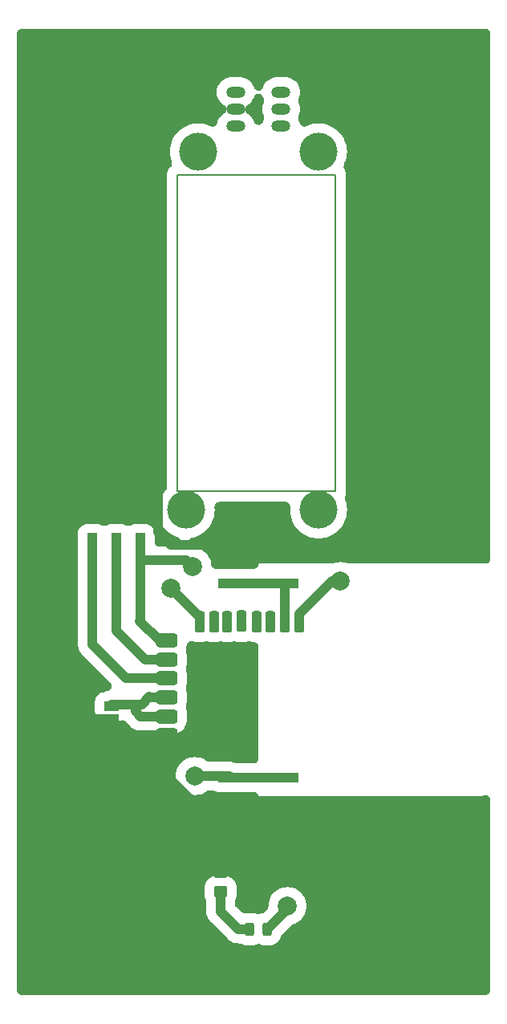
<source format=gbr>
G04 #@! TF.GenerationSoftware,KiCad,Pcbnew,7.0.7*
G04 #@! TF.CreationDate,2024-06-01T11:55:00+01:00*
G04 #@! TF.ProjectId,Controller,436f6e74-726f-46c6-9c65-722e6b696361,rev?*
G04 #@! TF.SameCoordinates,PX78a3ca0PY7e5ca20*
G04 #@! TF.FileFunction,Copper,L1,Top*
G04 #@! TF.FilePolarity,Positive*
%FSLAX46Y46*%
G04 Gerber Fmt 4.6, Leading zero omitted, Abs format (unit mm)*
G04 Created by KiCad (PCBNEW 7.0.7) date 2024-06-01 11:55:00*
%MOMM*%
%LPD*%
G01*
G04 APERTURE LIST*
G04 Aperture macros list*
%AMRoundRect*
0 Rectangle with rounded corners*
0 $1 Rounding radius*
0 $2 $3 $4 $5 $6 $7 $8 $9 X,Y pos of 4 corners*
0 Add a 4 corners polygon primitive as box body*
4,1,4,$2,$3,$4,$5,$6,$7,$8,$9,$2,$3,0*
0 Add four circle primitives for the rounded corners*
1,1,$1+$1,$2,$3*
1,1,$1+$1,$4,$5*
1,1,$1+$1,$6,$7*
1,1,$1+$1,$8,$9*
0 Add four rect primitives between the rounded corners*
20,1,$1+$1,$2,$3,$4,$5,0*
20,1,$1+$1,$4,$5,$6,$7,0*
20,1,$1+$1,$6,$7,$8,$9,0*
20,1,$1+$1,$8,$9,$2,$3,0*%
G04 Aperture macros list end*
G04 #@! TA.AperFunction,NonConductor*
%ADD10C,0.200000*%
G04 #@! TD*
G04 #@! TA.AperFunction,NonConductor*
%ADD11C,1.000000*%
G04 #@! TD*
G04 #@! TA.AperFunction,ComponentPad*
%ADD12C,4.000000*%
G04 #@! TD*
G04 #@! TA.AperFunction,SMDPad,CuDef*
%ADD13R,1.000000X2.500000*%
G04 #@! TD*
G04 #@! TA.AperFunction,SMDPad,CuDef*
%ADD14RoundRect,0.250000X-0.250000X0.893000X-0.250000X-0.893000X0.250000X-0.893000X0.250000X0.893000X0*%
G04 #@! TD*
G04 #@! TA.AperFunction,SMDPad,CuDef*
%ADD15RoundRect,0.381000X-0.762000X-0.381000X0.762000X-0.381000X0.762000X0.381000X-0.762000X0.381000X0*%
G04 #@! TD*
G04 #@! TA.AperFunction,SMDPad,CuDef*
%ADD16R,2.750000X1.000000*%
G04 #@! TD*
G04 #@! TA.AperFunction,ComponentPad*
%ADD17O,2.000000X1.200000*%
G04 #@! TD*
G04 #@! TA.AperFunction,SMDPad,CuDef*
%ADD18RoundRect,0.250000X0.450000X-0.350000X0.450000X0.350000X-0.450000X0.350000X-0.450000X-0.350000X0*%
G04 #@! TD*
G04 #@! TA.AperFunction,SMDPad,CuDef*
%ADD19R,1.500000X1.000000*%
G04 #@! TD*
G04 #@! TA.AperFunction,SMDPad,CuDef*
%ADD20RoundRect,0.243750X-0.243750X-0.456250X0.243750X-0.456250X0.243750X0.456250X-0.243750X0.456250X0*%
G04 #@! TD*
G04 #@! TA.AperFunction,ViaPad*
%ADD21C,2.000000*%
G04 #@! TD*
G04 #@! TA.AperFunction,Conductor*
%ADD22C,1.000000*%
G04 #@! TD*
G04 #@! TA.AperFunction,Conductor*
%ADD23C,0.200000*%
G04 #@! TD*
G04 APERTURE END LIST*
D10*
X16933800Y86551400D02*
X33647000Y86551400D01*
X33647000Y53175800D01*
X16933800Y53175800D01*
X16933800Y86551400D01*
D11*
X22344000Y43473000D02*
X22344000Y43473000D01*
D10*
X28000000Y39500000D02*
X28500000Y39500000D01*
D12*
G04 #@! TO.P,BT1,1,+*
G04 #@! TO.N,Net-(BT1-+)*
X17880000Y51220000D03*
X31850000Y51220000D03*
G04 #@! TO.P,BT1,2,-*
G04 #@! TO.N,Net-(BT1--)*
X19150000Y89000000D03*
X31850000Y89000000D03*
G04 #@! TD*
D13*
G04 #@! TO.P,J1,1,Pin_1*
G04 #@! TO.N,Batt-*
X5420000Y47500000D03*
G04 #@! TO.P,J1,2,Pin_2*
G04 #@! TO.N,Net-(J1-Pin_2)*
X7960000Y47500000D03*
G04 #@! TO.P,J1,3,Pin_3*
G04 #@! TO.N,Net-(J1-Pin_3)*
X10500000Y47500000D03*
G04 #@! TO.P,J1,4,Pin_4*
G04 #@! TO.N,Batt+*
X13040000Y47500000D03*
G04 #@! TD*
D14*
G04 #@! TO.P,U1,1,GPIO1*
G04 #@! TO.N,Net-(U1-GPIO1)*
X29796500Y39448500D03*
G04 #@! TO.P,U1,2,GPIO2*
G04 #@! TO.N,Net-(U1-GPIO2)*
X28296500Y39448500D03*
G04 #@! TO.P,U1,3,GPIO3*
G04 #@! TO.N,unconnected-(U1-GPIO3-Pad3)*
X26796500Y39448500D03*
G04 #@! TO.P,U1,4,GPIO4*
G04 #@! TO.N,unconnected-(U1-GPIO4-Pad4)*
X25296500Y39448500D03*
G04 #@! TO.P,U1,5,GPIO5*
G04 #@! TO.N,unconnected-(U1-GPIO5-Pad5)*
X23686500Y39458500D03*
G04 #@! TO.P,U1,6,GPIO6*
G04 #@! TO.N,unconnected-(U1-GPIO6-Pad6)*
X22216500Y39448500D03*
G04 #@! TO.P,U1,7,GPIO7*
G04 #@! TO.N,unconnected-(U1-GPIO7-Pad7)*
X20796500Y39448500D03*
G04 #@! TO.P,U1,8,GPIO8*
G04 #@! TO.N,Net-(D1-A)*
X19296500Y39448500D03*
D15*
G04 #@! TO.P,U1,9,Vcc*
G04 #@! TO.N,Batt+*
X15796500Y37448500D03*
G04 #@! TO.P,U1,10,RXD*
G04 #@! TO.N,Net-(J1-Pin_3)*
X15796500Y35448500D03*
G04 #@! TO.P,U1,11,TXD*
G04 #@! TO.N,Net-(J1-Pin_2)*
X15796500Y33448500D03*
G04 #@! TO.P,U1,12,Set*
G04 #@! TO.N,Net-(U1-CS)*
X15796500Y31448500D03*
G04 #@! TO.P,U1,13,CS*
X15796500Y29448500D03*
G04 #@! TO.P,U1,14,GND*
G04 #@! TO.N,Batt-*
X15796500Y27448500D03*
G04 #@! TD*
D16*
G04 #@! TO.P,SW3,1,1*
G04 #@! TO.N,Net-(U1-GPIO1)*
X22620000Y23000000D03*
X28380000Y23000000D03*
G04 #@! TO.P,SW3,2,2*
G04 #@! TO.N,Batt-*
X22620000Y19000000D03*
X28380000Y19000000D03*
G04 #@! TD*
G04 #@! TO.P,SW2,2,2*
G04 #@! TO.N,Batt-*
X22620000Y47500000D03*
X28380000Y47500000D03*
G04 #@! TO.P,SW2,1,1*
G04 #@! TO.N,Net-(U1-GPIO2)*
X22620000Y43500000D03*
X28380000Y43500000D03*
G04 #@! TD*
D17*
G04 #@! TO.P,SW1,1,A*
G04 #@! TO.N,unconnected-(SW1-A-Pad1)*
X23100000Y95300000D03*
G04 #@! TO.P,SW1,2,B*
G04 #@! TO.N,Batt-*
X23100000Y93500000D03*
G04 #@! TO.P,SW1,3,C*
G04 #@! TO.N,Net-(BT1--)*
X23100000Y91700000D03*
G04 #@! TO.P,SW1,4,A*
G04 #@! TO.N,unconnected-(SW1-A-Pad4)*
X27900000Y95300000D03*
G04 #@! TO.P,SW1,5,B*
G04 #@! TO.N,Batt+*
X27900000Y93500000D03*
G04 #@! TO.P,SW1,6,C*
G04 #@! TO.N,Net-(BT1-+)*
X27900000Y91700000D03*
G04 #@! TD*
D18*
G04 #@! TO.P,R1,1*
G04 #@! TO.N,Net-(D1-K)*
X21500000Y11000000D03*
G04 #@! TO.P,R1,2*
G04 #@! TO.N,Batt-*
X21500000Y13000000D03*
G04 #@! TD*
D19*
G04 #@! TO.P,JP1,1,1*
G04 #@! TO.N,Batt-*
X10000000Y29200000D03*
G04 #@! TO.P,JP1,2,2*
G04 #@! TO.N,Net-(U1-CS)*
X10000000Y30500000D03*
G04 #@! TD*
D20*
G04 #@! TO.P,D1,1,K*
G04 #@! TO.N,Net-(D1-K)*
X24562500Y7000000D03*
G04 #@! TO.P,D1,2,A*
G04 #@! TO.N,Net-(D1-A)*
X26437500Y7000000D03*
G04 #@! TD*
D21*
G04 #@! TO.N,Batt-*
X3675000Y43447600D03*
G04 #@! TO.N,Batt+*
X18534000Y45251000D03*
G04 #@! TO.N,Net-(U1-GPIO1)*
X18788000Y23153000D03*
X34155000Y43727000D03*
G04 #@! TO.N,Net-(D1-A)*
X16248000Y42965000D03*
X28567000Y9437000D03*
G04 #@! TD*
D22*
G04 #@! TO.N,Batt-*
X22620000Y47500000D02*
X16285000Y47500000D01*
X16285000Y47500000D02*
X14880000Y48905000D01*
X14880000Y48905000D02*
X14880000Y53400800D01*
X14880000Y53400800D02*
X14749400Y53531400D01*
X5199000Y53201200D02*
X5420000Y52980200D01*
X5420000Y52980200D02*
X5420000Y47500000D01*
X14749400Y53531400D02*
X5529200Y53531400D01*
X5529200Y53531400D02*
X5199000Y53201200D01*
X28380000Y47500000D02*
X22620000Y47500000D01*
G04 #@! TO.N,Net-(U1-GPIO2)*
X28380000Y43500000D02*
X28296500Y43416500D01*
X28296500Y43416500D02*
X28296500Y40600000D01*
X28380000Y43500000D02*
X23844000Y43500000D01*
G04 #@! TO.N,Batt-*
X5420000Y44895400D02*
X5122800Y44895400D01*
X3319400Y43092000D02*
X3675000Y43447600D01*
X5420000Y47500000D02*
X5420000Y44895400D01*
X5420000Y44895400D02*
X5420000Y36869000D01*
X5122800Y44895400D02*
X3675000Y43447600D01*
G04 #@! TO.N,Batt+*
X13040000Y45886000D02*
X13040000Y47500000D01*
X17899000Y45886000D02*
X18534000Y45251000D01*
X13040000Y39540000D02*
X13040000Y45886000D01*
X13040000Y45886000D02*
X17899000Y45886000D01*
G04 #@! TO.N,Batt-*
X5420000Y36869000D02*
X5420000Y36267000D01*
G04 #@! TO.N,Net-(U1-GPIO1)*
X33266000Y43727000D02*
X34155000Y43727000D01*
X32250000Y42711000D02*
X33266000Y43727000D01*
X18788000Y23153000D02*
X22467000Y23153000D01*
X22467000Y23153000D02*
X22620000Y23000000D01*
G04 #@! TO.N,Net-(D1-A)*
X19296500Y39916500D02*
X16248000Y42965000D01*
X19296500Y39448500D02*
X19296500Y39916500D01*
X28567000Y9437000D02*
X28567000Y9129500D01*
X28567000Y9129500D02*
X26437500Y7000000D01*
G04 #@! TO.N,Batt-*
X22620000Y19000000D02*
X20000000Y19000000D01*
X20000000Y19000000D02*
X11500000Y27500000D01*
G04 #@! TO.N,Net-(D1-K)*
X21500000Y11000000D02*
X21500000Y8884000D01*
X21500000Y8884000D02*
X23384000Y7000000D01*
X23384000Y7000000D02*
X24562500Y7000000D01*
G04 #@! TO.N,Batt-*
X22255000Y19000000D02*
X21455000Y18200000D01*
X22620000Y19000000D02*
X22255000Y19000000D01*
X21500000Y18155000D02*
X21500000Y13000000D01*
X21455000Y18200000D02*
X21500000Y18155000D01*
X22620000Y19000000D02*
X28380000Y19000000D01*
G04 #@! TO.N,Net-(U1-GPIO1)*
X28380000Y23000000D02*
X22620000Y23000000D01*
X29796500Y39448500D02*
X29796500Y40257500D01*
X29796500Y40257500D02*
X32250000Y42711000D01*
G04 #@! TO.N,Batt-*
X5420000Y36267000D02*
X7612000Y34075000D01*
X7612000Y34075000D02*
X7612000Y29376000D01*
D23*
X7612000Y29376000D02*
X7788000Y29200000D01*
D22*
X7788000Y29200000D02*
X10000000Y29200000D01*
G04 #@! TO.N,Batt+*
X15051500Y37448500D02*
X13000000Y39500000D01*
D23*
X15796500Y37448500D02*
X15051500Y37448500D01*
X13000000Y39500000D02*
X13040000Y39540000D01*
D22*
G04 #@! TO.N,Net-(J1-Pin_3)*
X15796500Y35448500D02*
X13551500Y35448500D01*
X13551500Y35448500D02*
X10500000Y38500000D01*
X10500000Y38500000D02*
X10500000Y47500000D01*
G04 #@! TO.N,Net-(J1-Pin_2)*
X15796500Y33448500D02*
X11551500Y33448500D01*
X11551500Y33448500D02*
X7960000Y37040000D01*
X7960000Y37040000D02*
X7960000Y47500000D01*
G04 #@! TO.N,Batt-*
X11500000Y27500000D02*
X10000000Y29000000D01*
X14000000Y27500000D02*
X11500000Y27500000D01*
X14051500Y27448500D02*
X14000000Y27500000D01*
X15796500Y27448500D02*
X14051500Y27448500D01*
G04 #@! TO.N,Net-(U1-CS)*
X14000000Y31500000D02*
X13200000Y30700000D01*
X13200000Y30700000D02*
X12300000Y30700000D01*
X15796500Y29448500D02*
X13051500Y29448500D01*
X13051500Y29448500D02*
X12500000Y30000000D01*
X12500000Y30000000D02*
X12500000Y30500000D01*
X12300000Y30700000D02*
X10000000Y30700000D01*
X12500000Y30500000D02*
X12300000Y30700000D01*
X15796500Y31448500D02*
X14051500Y31448500D01*
X14051500Y31448500D02*
X14000000Y31500000D01*
G04 #@! TD*
G04 #@! TA.AperFunction,Conductor*
G04 #@! TO.N,Batt-*
G36*
X49473830Y101997363D02*
G01*
X49516012Y101991810D01*
X49652754Y101953420D01*
X49773143Y101878060D01*
X49867424Y101771835D01*
X49927958Y101643351D01*
X49945607Y101562226D01*
X49951662Y101516242D01*
X49953800Y101483634D01*
X49953800Y46054800D01*
X49933587Y45914215D01*
X49874586Y45785020D01*
X49781576Y45677681D01*
X49662092Y45600894D01*
X49525815Y45560879D01*
X49454800Y45555800D01*
X35066306Y45555800D01*
X34925721Y45576013D01*
X34891923Y45587262D01*
X34720044Y45651370D01*
X34440436Y45712195D01*
X34440430Y45712196D01*
X34440428Y45712196D01*
X34155000Y45732610D01*
X33869572Y45712196D01*
X33869569Y45712196D01*
X33869563Y45712195D01*
X33589955Y45651370D01*
X33418077Y45587262D01*
X33279293Y45557071D01*
X33243694Y45555800D01*
X25555799Y45555800D01*
X25500000Y45500001D01*
X25500000Y45499500D01*
X25479787Y45358915D01*
X25420786Y45229720D01*
X25327776Y45122381D01*
X25208292Y45045594D01*
X25072015Y45005579D01*
X25001000Y45000500D01*
X23781933Y45000500D01*
X23781931Y45000500D01*
X21186964Y45000499D01*
X21113776Y44993993D01*
X21067197Y44989852D01*
X20925375Y44997537D01*
X20791463Y45044868D01*
X20676310Y45128008D01*
X20589244Y45240223D01*
X20537320Y45372421D01*
X20525285Y45451286D01*
X20519196Y45536428D01*
X20494192Y45651370D01*
X20458370Y45816044D01*
X20369318Y46054800D01*
X20358367Y46084161D01*
X20221226Y46335315D01*
X20118333Y46472764D01*
X20049741Y46564393D01*
X19847392Y46766742D01*
X19709946Y46869632D01*
X19618315Y46938226D01*
X19618313Y46938227D01*
X19618312Y46938228D01*
X19367161Y47075367D01*
X19099043Y47175371D01*
X18819436Y47236195D01*
X18819430Y47236196D01*
X18819428Y47236196D01*
X18590954Y47252537D01*
X18452173Y47282727D01*
X18426114Y47293293D01*
X18387886Y47310061D01*
X18387883Y47310062D01*
X18387881Y47310063D01*
X18387877Y47310064D01*
X18387347Y47310246D01*
X18386650Y47310604D01*
X18368984Y47318352D01*
X18369450Y47319417D01*
X18260944Y47375015D01*
X18157910Y47472772D01*
X18086590Y47595597D01*
X18052763Y47733540D01*
X18059169Y47875426D01*
X18105289Y48009760D01*
X18187388Y48125658D01*
X18298813Y48213732D01*
X18430538Y48266846D01*
X18434180Y48267725D01*
X18742011Y48340681D01*
X19070451Y48460223D01*
X19382793Y48617087D01*
X19674811Y48809151D01*
X19942558Y49033817D01*
X20182412Y49288047D01*
X20391130Y49568404D01*
X20413637Y49607388D01*
X20565879Y49871078D01*
X20565888Y49871094D01*
X20565889Y49871096D01*
X20704326Y50192029D01*
X20804569Y50526864D01*
X20865262Y50871073D01*
X20885585Y51220000D01*
X20873433Y51428625D01*
X20866523Y51547286D01*
X20878528Y51688808D01*
X20929918Y51821216D01*
X21016529Y51933781D01*
X21131346Y52017386D01*
X21265066Y52065256D01*
X21364679Y52075300D01*
X28365321Y52075300D01*
X28505906Y52055087D01*
X28635101Y51996086D01*
X28742440Y51903076D01*
X28819227Y51783592D01*
X28859242Y51647315D01*
X28863477Y51547286D01*
X28844415Y51220001D01*
X28864737Y50871076D01*
X28925427Y50526879D01*
X28925432Y50526858D01*
X29025671Y50192035D01*
X29025674Y50192028D01*
X29164111Y49871094D01*
X29164120Y49871078D01*
X29338865Y49568411D01*
X29338867Y49568407D01*
X29418748Y49461109D01*
X29547588Y49288047D01*
X29787442Y49033817D01*
X30055189Y48809151D01*
X30347207Y48617088D01*
X30347207Y48617087D01*
X30659534Y48460230D01*
X30659541Y48460227D01*
X30659549Y48460223D01*
X30987989Y48340681D01*
X30987993Y48340680D01*
X30987996Y48340679D01*
X31328076Y48260079D01*
X31328079Y48260079D01*
X31328086Y48260077D01*
X31599030Y48228408D01*
X31675239Y48219500D01*
X31675241Y48219500D01*
X32024761Y48219500D01*
X32093431Y48227527D01*
X32371914Y48260077D01*
X32371921Y48260079D01*
X32371923Y48260079D01*
X32712003Y48340679D01*
X32712003Y48340680D01*
X32712011Y48340681D01*
X33040451Y48460223D01*
X33352793Y48617087D01*
X33644811Y48809151D01*
X33912558Y49033817D01*
X34152412Y49288047D01*
X34361130Y49568404D01*
X34383637Y49607388D01*
X34535879Y49871078D01*
X34535888Y49871094D01*
X34535889Y49871096D01*
X34674326Y50192029D01*
X34774569Y50526864D01*
X34835262Y50871073D01*
X34855585Y51220000D01*
X34835262Y51568927D01*
X34776343Y51903076D01*
X34774572Y51913122D01*
X34774570Y51913128D01*
X34774569Y51913136D01*
X34674326Y52247971D01*
X34647573Y52309989D01*
X34610452Y52447078D01*
X34613455Y52589076D01*
X34645437Y52693873D01*
X34644827Y52694084D01*
X34650534Y52710577D01*
X34651868Y52714945D01*
X34652600Y52716550D01*
X34652604Y52716556D01*
X34676466Y52785507D01*
X34680620Y52796641D01*
X34707725Y52864343D01*
X34707726Y52864353D01*
X34714425Y52887161D01*
X34714522Y52887133D01*
X34715834Y52892033D01*
X34715737Y52892056D01*
X34721341Y52915160D01*
X34721344Y52915167D01*
X34731726Y52987384D01*
X34733691Y52999074D01*
X34747500Y53070715D01*
X34747500Y53070725D01*
X34749759Y53094374D01*
X34749858Y53094365D01*
X34750221Y53099448D01*
X34750123Y53099452D01*
X34751254Y53123199D01*
X34747783Y53196078D01*
X34747500Y53207951D01*
X34747500Y86436997D01*
X34750221Y86475048D01*
X34750123Y86475052D01*
X34751254Y86498799D01*
X34747783Y86571678D01*
X34747500Y86583551D01*
X34747500Y86603821D01*
X34747499Y86603834D01*
X34745572Y86624012D01*
X34744724Y86635870D01*
X34743742Y86656485D01*
X34741254Y86708730D01*
X34741252Y86708736D01*
X34737870Y86732269D01*
X34737969Y86732284D01*
X34737127Y86737289D01*
X34737028Y86737269D01*
X34732527Y86760621D01*
X34717432Y86812027D01*
X34711975Y86830612D01*
X34708905Y86842070D01*
X34691705Y86912971D01*
X34691704Y86912976D01*
X34691700Y86912983D01*
X34683929Y86935440D01*
X34684022Y86935473D01*
X34682240Y86940251D01*
X34682148Y86940213D01*
X34673317Y86962270D01*
X34673316Y86962275D01*
X34639888Y87027117D01*
X34634700Y87037798D01*
X34620423Y87069059D01*
X34604396Y87104153D01*
X34604393Y87104157D01*
X34592510Y87124740D01*
X34592596Y87124790D01*
X34589944Y87129140D01*
X34589861Y87129086D01*
X34566261Y87165809D01*
X34507261Y87295005D01*
X34487049Y87435589D01*
X34507263Y87576174D01*
X34531346Y87637243D01*
X34530138Y87637764D01*
X34589557Y87775513D01*
X34674326Y87972029D01*
X34686547Y88012848D01*
X34749137Y88221915D01*
X34774569Y88306864D01*
X34835262Y88651073D01*
X34855585Y89000000D01*
X34835262Y89348927D01*
X34805901Y89515441D01*
X34774572Y89693122D01*
X34774567Y89693143D01*
X34674328Y90027966D01*
X34674325Y90027973D01*
X34668380Y90041754D01*
X34570126Y90269534D01*
X34535888Y90348907D01*
X34535879Y90348923D01*
X34361134Y90651590D01*
X34361132Y90651594D01*
X34256771Y90791775D01*
X34152412Y90931953D01*
X33912558Y91186183D01*
X33644811Y91410849D01*
X33613379Y91431522D01*
X33352792Y91602914D01*
X33040465Y91759771D01*
X33040451Y91759777D01*
X32712011Y91879319D01*
X32712003Y91879322D01*
X32371923Y91959922D01*
X32024761Y92000500D01*
X32024759Y92000500D01*
X31675241Y92000500D01*
X31675239Y92000500D01*
X31328076Y91959922D01*
X30987996Y91879322D01*
X30987988Y91879319D01*
X30659548Y91759777D01*
X30659546Y91759776D01*
X30572225Y91715922D01*
X30437522Y91670892D01*
X30295589Y91665636D01*
X30157925Y91700581D01*
X30035682Y91772894D01*
X29938763Y91876718D01*
X29875021Y92003641D01*
X29863065Y92045359D01*
X29850643Y92097101D01*
X29826873Y92196111D01*
X29738671Y92409048D01*
X29703549Y92546659D01*
X29708618Y92688598D01*
X29738670Y92790950D01*
X29826873Y93003889D01*
X29885683Y93248852D01*
X29905449Y93500000D01*
X29885683Y93751148D01*
X29826873Y93996111D01*
X29738671Y94209048D01*
X29703549Y94346659D01*
X29708618Y94488598D01*
X29738670Y94590950D01*
X29826873Y94803889D01*
X29885683Y95048852D01*
X29905449Y95300000D01*
X29885683Y95551148D01*
X29826873Y95796111D01*
X29730466Y96028859D01*
X29598836Y96243659D01*
X29598832Y96243663D01*
X29598830Y96243667D01*
X29435226Y96435223D01*
X29435222Y96435227D01*
X29243666Y96598831D01*
X29243660Y96598835D01*
X29243659Y96598836D01*
X29028859Y96730466D01*
X28796111Y96826873D01*
X28796110Y96826873D01*
X28551154Y96885682D01*
X28551151Y96885683D01*
X28551148Y96885683D01*
X28433226Y96894964D01*
X28362886Y96900500D01*
X28362882Y96900500D01*
X27437118Y96900500D01*
X27437114Y96900500D01*
X27372782Y96895437D01*
X27248852Y96885683D01*
X27248848Y96885683D01*
X27248847Y96885682D01*
X27248843Y96885682D01*
X27003889Y96826873D01*
X27003887Y96826873D01*
X26771140Y96730466D01*
X26556348Y96598841D01*
X26556333Y96598831D01*
X26364777Y96435227D01*
X26364773Y96435223D01*
X26201169Y96243667D01*
X26201159Y96243652D01*
X26069534Y96028860D01*
X25965624Y95777997D01*
X25963840Y95778736D01*
X25911905Y95673110D01*
X25815865Y95568472D01*
X25694237Y95495130D01*
X25556872Y95459026D01*
X25414900Y95463085D01*
X25279822Y95506978D01*
X25162581Y95587148D01*
X25072677Y95697101D01*
X25035517Y95778470D01*
X25034376Y95777997D01*
X25026872Y95796113D01*
X24930466Y96028859D01*
X24798836Y96243659D01*
X24798832Y96243663D01*
X24798830Y96243667D01*
X24635226Y96435223D01*
X24635222Y96435227D01*
X24443666Y96598831D01*
X24443660Y96598835D01*
X24443659Y96598836D01*
X24228859Y96730466D01*
X23996111Y96826873D01*
X23751154Y96885682D01*
X23751151Y96885683D01*
X23751148Y96885683D01*
X23633226Y96894964D01*
X23562886Y96900500D01*
X23562882Y96900500D01*
X22637118Y96900500D01*
X22637114Y96900500D01*
X22572782Y96895437D01*
X22448852Y96885683D01*
X22448848Y96885683D01*
X22448847Y96885682D01*
X22448843Y96885682D01*
X22203889Y96826873D01*
X22203887Y96826873D01*
X21971140Y96730466D01*
X21756348Y96598841D01*
X21756333Y96598831D01*
X21564777Y96435227D01*
X21564773Y96435223D01*
X21401169Y96243667D01*
X21401159Y96243652D01*
X21269534Y96028860D01*
X21173127Y95796113D01*
X21173127Y95796111D01*
X21122960Y95587148D01*
X21114317Y95551148D01*
X21094551Y95300000D01*
X21114317Y95048852D01*
X21114317Y95048849D01*
X21114318Y95048847D01*
X21122958Y95012860D01*
X21173126Y94803892D01*
X21173127Y94803890D01*
X21173127Y94803888D01*
X21269534Y94571141D01*
X21401159Y94356349D01*
X21401169Y94356334D01*
X21564773Y94164778D01*
X21564777Y94164774D01*
X21756333Y94001170D01*
X21756336Y94001168D01*
X21756341Y94001164D01*
X21879868Y93925466D01*
X21989172Y93834780D01*
X22068501Y93716968D01*
X22111425Y93581580D01*
X22114468Y93439582D01*
X22077382Y93302479D01*
X22003171Y93181379D01*
X21897849Y93086091D01*
X21879869Y93074536D01*
X21756351Y92998843D01*
X21756333Y92998831D01*
X21564777Y92835227D01*
X21564773Y92835223D01*
X21401169Y92643667D01*
X21401159Y92643652D01*
X21269534Y92428860D01*
X21173127Y92196113D01*
X21173124Y92196105D01*
X21136933Y92045356D01*
X21084460Y91913375D01*
X20996928Y91801523D01*
X20881430Y91718863D01*
X20747322Y91672090D01*
X20605469Y91664995D01*
X20467363Y91698152D01*
X20427772Y91715923D01*
X20399286Y91730229D01*
X20340451Y91759777D01*
X20012011Y91879319D01*
X20012003Y91879322D01*
X19671923Y91959922D01*
X19324761Y92000500D01*
X19324759Y92000500D01*
X18975241Y92000500D01*
X18975239Y92000500D01*
X18628076Y91959922D01*
X18287996Y91879322D01*
X18287988Y91879319D01*
X17959548Y91759777D01*
X17959534Y91759771D01*
X17647207Y91602914D01*
X17355191Y91410851D01*
X17087444Y91186185D01*
X16847589Y90931955D01*
X16638867Y90651594D01*
X16638865Y90651590D01*
X16464120Y90348923D01*
X16464111Y90348907D01*
X16325674Y90027973D01*
X16325671Y90027966D01*
X16225432Y89693143D01*
X16225427Y89693122D01*
X16164737Y89348925D01*
X16144415Y89000000D01*
X16164737Y88651076D01*
X16225427Y88306879D01*
X16225432Y88306858D01*
X16325671Y87972035D01*
X16325673Y87972030D01*
X16333176Y87954637D01*
X16370297Y87817544D01*
X16367291Y87675545D01*
X16324402Y87540146D01*
X16245103Y87422314D01*
X16222911Y87400587D01*
X16216241Y87393592D01*
X16209620Y87387574D01*
X16201775Y87379892D01*
X16191904Y87371338D01*
X16191841Y87371411D01*
X16188047Y87367962D01*
X16188114Y87367892D01*
X16170910Y87351489D01*
X16123131Y87296351D01*
X16115151Y87287572D01*
X16064812Y87234777D01*
X16050120Y87216094D01*
X16050044Y87216154D01*
X16046986Y87212070D01*
X16047066Y87212013D01*
X16033275Y87192648D01*
X15996797Y87129469D01*
X15990622Y87119339D01*
X15951185Y87057972D01*
X15940296Y87036848D01*
X15940210Y87036893D01*
X15937984Y87032310D01*
X15938072Y87032269D01*
X15928194Y87010640D01*
X15904329Y86941690D01*
X15900182Y86930569D01*
X15873074Y86862857D01*
X15866378Y86840050D01*
X15866285Y86840078D01*
X15864966Y86835155D01*
X15865060Y86835132D01*
X15859454Y86812027D01*
X15849070Y86739807D01*
X15847102Y86728103D01*
X15833299Y86656482D01*
X15831040Y86632821D01*
X15830941Y86632831D01*
X15830578Y86627750D01*
X15830677Y86627745D01*
X15829546Y86604002D01*
X15833017Y86531125D01*
X15833300Y86519251D01*
X15833300Y53621232D01*
X15813087Y53480647D01*
X15754086Y53351452D01*
X15697259Y53278797D01*
X15577589Y53151955D01*
X15368867Y52871594D01*
X15368865Y52871590D01*
X15194120Y52568923D01*
X15194111Y52568907D01*
X15055674Y52247973D01*
X15055671Y52247966D01*
X14955432Y51913143D01*
X14955427Y51913122D01*
X14894737Y51568925D01*
X14874415Y51220000D01*
X14894737Y50871076D01*
X14955427Y50526879D01*
X14955432Y50526858D01*
X15055671Y50192035D01*
X15055674Y50192028D01*
X15194111Y49871094D01*
X15200631Y49858113D01*
X15198203Y49856894D01*
X15241702Y49748229D01*
X15243694Y49727358D01*
X15273504Y49704173D01*
X15346361Y49607391D01*
X15368870Y49568404D01*
X15577588Y49288047D01*
X15817442Y49033817D01*
X16085189Y48809151D01*
X16377206Y48617088D01*
X16377207Y48617087D01*
X16689534Y48460230D01*
X16689541Y48460227D01*
X16689549Y48460223D01*
X16979632Y48354642D01*
X16980277Y48354407D01*
X17105470Y48287330D01*
X17206694Y48187699D01*
X17275749Y48063586D01*
X17307040Y47925046D01*
X17298031Y47783301D01*
X17249454Y47649837D01*
X17165243Y47535464D01*
X17052221Y47449449D01*
X16919544Y47398761D01*
X16809609Y47386500D01*
X15039499Y47386500D01*
X14898914Y47406713D01*
X14769719Y47465714D01*
X14662380Y47558724D01*
X14585593Y47678208D01*
X14545578Y47814485D01*
X14540499Y47885500D01*
X14540499Y48808032D01*
X14540400Y48809151D01*
X14529886Y48927418D01*
X14473909Y49123049D01*
X14471922Y49126853D01*
X14468446Y49136724D01*
X14464520Y49146553D01*
X14464927Y49146716D01*
X14424815Y49260630D01*
X14412405Y49269467D01*
X14370035Y49315258D01*
X14251109Y49461109D01*
X14251106Y49461113D01*
X14093410Y49589696D01*
X14093407Y49589698D01*
X13913057Y49683905D01*
X13913054Y49683907D01*
X13913049Y49683909D01*
X13842229Y49704173D01*
X13717418Y49739886D01*
X13717417Y49739886D01*
X13598037Y49750500D01*
X13598035Y49750500D01*
X13278925Y49750500D01*
X12481964Y49750499D01*
X12362581Y49739886D01*
X12362582Y49739886D01*
X12166953Y49683910D01*
X12166945Y49683907D01*
X12001035Y49597242D01*
X11867067Y49550068D01*
X11725236Y49542548D01*
X11587032Y49575291D01*
X11538965Y49597242D01*
X11373054Y49683907D01*
X11373046Y49683910D01*
X11177418Y49739886D01*
X11058037Y49750500D01*
X11058035Y49750500D01*
X10739405Y49750500D01*
X9941964Y49750499D01*
X9822582Y49739886D01*
X9626953Y49683910D01*
X9626945Y49683907D01*
X9461035Y49597242D01*
X9327067Y49550068D01*
X9185236Y49542548D01*
X9047032Y49575291D01*
X8998965Y49597242D01*
X8833054Y49683907D01*
X8833046Y49683910D01*
X8637418Y49739886D01*
X8637417Y49739886D01*
X8518037Y49750500D01*
X8518035Y49750500D01*
X8197545Y49750500D01*
X7401964Y49750499D01*
X7282582Y49739886D01*
X7086953Y49683910D01*
X7086942Y49683905D01*
X6906592Y49589698D01*
X6906589Y49589696D01*
X6748891Y49461111D01*
X6748889Y49461109D01*
X6620304Y49303411D01*
X6620302Y49303408D01*
X6526095Y49123058D01*
X6526090Y49123047D01*
X6470114Y48927419D01*
X6459500Y48808035D01*
X6459500Y37148668D01*
X6457582Y37117777D01*
X6455643Y37102224D01*
X6455643Y37102221D01*
X6459500Y37008966D01*
X6459500Y36977928D01*
X6462062Y36947010D01*
X6465919Y36853763D01*
X6465919Y36853759D01*
X6469136Y36838419D01*
X6473597Y36807800D01*
X6474891Y36792185D01*
X6474893Y36792172D01*
X6484878Y36752745D01*
X6497801Y36701712D01*
X6516951Y36610386D01*
X6522648Y36595784D01*
X6532084Y36566329D01*
X6535933Y36551128D01*
X6573420Y36465665D01*
X6607341Y36378731D01*
X6607345Y36378724D01*
X6615371Y36365254D01*
X6629530Y36337748D01*
X6635824Y36323399D01*
X6635826Y36323395D01*
X6686861Y36245278D01*
X6734628Y36165114D01*
X6734637Y36165102D01*
X6744768Y36153140D01*
X6763265Y36128333D01*
X6771836Y36115215D01*
X6835034Y36046564D01*
X6855100Y36022872D01*
X6877050Y36000922D01*
X6940252Y35932265D01*
X6940259Y35932259D01*
X6952629Y35922631D01*
X6975820Y35902152D01*
X8429472Y34448500D01*
X9881796Y32996176D01*
X9966912Y32882475D01*
X10016546Y32749400D01*
X10026679Y32607732D01*
X9996488Y32468947D01*
X9928420Y32344290D01*
X9827990Y32243860D01*
X9703333Y32175792D01*
X9651448Y32159600D01*
X9511124Y32124065D01*
X9511117Y32124063D01*
X9313790Y32037507D01*
X9176927Y31999545D01*
X9157538Y31997439D01*
X9112277Y31993415D01*
X9072581Y31989886D01*
X8876953Y31933910D01*
X8876942Y31933905D01*
X8696592Y31839698D01*
X8696589Y31839696D01*
X8538891Y31711111D01*
X8538889Y31711109D01*
X8410304Y31553411D01*
X8410302Y31553408D01*
X8316095Y31373058D01*
X8316091Y31373049D01*
X8260114Y31177418D01*
X8249500Y31058037D01*
X8249501Y29941964D01*
X8260114Y29822583D01*
X8316090Y29626954D01*
X8316095Y29626943D01*
X8410302Y29446593D01*
X8410304Y29446590D01*
X8538889Y29288892D01*
X8538891Y29288890D01*
X8696589Y29160305D01*
X8696593Y29160302D01*
X8876951Y29066091D01*
X9072582Y29010114D01*
X9191963Y28999500D01*
X9191964Y28999501D01*
X9191965Y28999500D01*
X9655721Y28999501D01*
X10808036Y28999501D01*
X10927418Y29010114D01*
X10983199Y29026075D01*
X11123913Y29045315D01*
X11264355Y29024132D01*
X11393140Y28964239D01*
X11463582Y28904619D01*
X11465074Y28906238D01*
X11480259Y28892259D01*
X11492629Y28882631D01*
X11515820Y28862152D01*
X11913652Y28464320D01*
X11934129Y28441132D01*
X11943762Y28428756D01*
X12012421Y28365551D01*
X12034374Y28343598D01*
X12058064Y28323534D01*
X12119594Y28266891D01*
X12126713Y28260338D01*
X12126717Y28260334D01*
X12139826Y28251770D01*
X12164645Y28233264D01*
X12174011Y28225332D01*
X12176606Y28223134D01*
X12256775Y28175364D01*
X12334893Y28124327D01*
X12334895Y28124326D01*
X12349237Y28118035D01*
X12376752Y28103873D01*
X12390227Y28095844D01*
X12477167Y28061920D01*
X12562619Y28024437D01*
X12577814Y28020590D01*
X12607274Y28011152D01*
X12621886Y28005450D01*
X12669385Y27995491D01*
X12713227Y27986297D01*
X12803671Y27963394D01*
X12803679Y27963392D01*
X12819291Y27962099D01*
X12849918Y27957637D01*
X12865263Y27954419D01*
X12958509Y27950563D01*
X12989433Y27948000D01*
X12989437Y27948000D01*
X13020465Y27948000D01*
X13113721Y27944143D01*
X13123678Y27945385D01*
X13129279Y27946082D01*
X13160170Y27948000D01*
X14077012Y27948000D01*
X14217597Y27927787D01*
X14329564Y27879370D01*
X14436709Y27816495D01*
X14436710Y27816495D01*
X14436713Y27816493D01*
X14561054Y27769569D01*
X14656732Y27733461D01*
X14763101Y27712890D01*
X14887621Y27688807D01*
X14940465Y27686000D01*
X16652534Y27686001D01*
X16652535Y27686001D01*
X16661341Y27686469D01*
X16705379Y27688807D01*
X16936267Y27733461D01*
X17156287Y27816493D01*
X17359109Y27935514D01*
X17538900Y28087100D01*
X17690486Y28266891D01*
X17809507Y28469713D01*
X17892539Y28689733D01*
X17937193Y28920621D01*
X17940000Y28973465D01*
X17939999Y29923534D01*
X17937193Y29976379D01*
X17892539Y30207267D01*
X17867991Y30272313D01*
X17837265Y30410978D01*
X17846849Y30552685D01*
X17867988Y30624679D01*
X17892539Y30689733D01*
X17937193Y30920621D01*
X17940000Y30973465D01*
X17939999Y31923534D01*
X17937193Y31976379D01*
X17892539Y32207267D01*
X17867992Y32272311D01*
X17837265Y32410976D01*
X17846849Y32552682D01*
X17867993Y32624691D01*
X17892538Y32689731D01*
X17892539Y32689733D01*
X17937193Y32920621D01*
X17940000Y32973465D01*
X17939999Y33923534D01*
X17937193Y33976379D01*
X17892539Y34207267D01*
X17867992Y34272311D01*
X17837265Y34410976D01*
X17846849Y34552682D01*
X17867993Y34624691D01*
X17892538Y34689731D01*
X17892539Y34689733D01*
X17937193Y34920621D01*
X17940000Y34973465D01*
X17939999Y35923534D01*
X17937193Y35976379D01*
X17892539Y36207267D01*
X17867991Y36272313D01*
X17837265Y36410978D01*
X17846849Y36552685D01*
X17867988Y36624679D01*
X17892539Y36689733D01*
X17937193Y36920621D01*
X17938093Y36937581D01*
X17965735Y37076891D01*
X18031506Y37202774D01*
X18130079Y37305029D01*
X18253467Y37375371D01*
X18391675Y37408100D01*
X18533505Y37400567D01*
X18610021Y37375960D01*
X18610667Y37377805D01*
X18631812Y37370406D01*
X18631813Y37370406D01*
X18631817Y37370404D01*
X18850088Y37315404D01*
X18982283Y37305000D01*
X19610716Y37305001D01*
X19610718Y37305001D01*
X19648486Y37307974D01*
X19742912Y37315404D01*
X19924575Y37361180D01*
X20065832Y37375930D01*
X20168426Y37361180D01*
X20350088Y37315404D01*
X20482283Y37305000D01*
X21110716Y37305001D01*
X21110718Y37305001D01*
X21148486Y37307974D01*
X21242912Y37315404D01*
X21384577Y37351101D01*
X21525831Y37365851D01*
X21628423Y37351101D01*
X21770088Y37315404D01*
X21902283Y37305000D01*
X22530716Y37305001D01*
X22530718Y37305001D01*
X22568486Y37307974D01*
X22662912Y37315404D01*
X22849421Y37362401D01*
X22990678Y37377150D01*
X23093269Y37362400D01*
X23240088Y37325404D01*
X23372283Y37315000D01*
X24000716Y37315001D01*
X24000718Y37315001D01*
X24038486Y37317974D01*
X24132912Y37325404D01*
X24351183Y37380404D01*
X24351185Y37380406D01*
X24352415Y37380715D01*
X24493677Y37395465D01*
X24609658Y37374174D01*
X24610088Y37375880D01*
X24631813Y37370406D01*
X24631817Y37370404D01*
X24850088Y37315404D01*
X24982283Y37305000D01*
X25000989Y37305001D01*
X25141568Y37284793D01*
X25270765Y37225796D01*
X25378108Y37132790D01*
X25454899Y37013309D01*
X25494918Y36877033D01*
X25500000Y36806001D01*
X25500000Y24999500D01*
X25479787Y24858915D01*
X25420786Y24729720D01*
X25327776Y24622381D01*
X25208292Y24545594D01*
X25072015Y24505579D01*
X25001000Y24500500D01*
X23235396Y24500500D01*
X23094811Y24520713D01*
X23053979Y24534647D01*
X23041324Y24539585D01*
X23027624Y24545594D01*
X22955881Y24577063D01*
X22955875Y24577065D01*
X22955872Y24577066D01*
X22940671Y24580916D01*
X22911216Y24590352D01*
X22896614Y24596049D01*
X22896613Y24596050D01*
X22896611Y24596050D01*
X22871901Y24601231D01*
X22805288Y24615199D01*
X22754255Y24628122D01*
X22714828Y24638107D01*
X22714815Y24638109D01*
X22699200Y24639403D01*
X22668581Y24643864D01*
X22653239Y24647081D01*
X22559990Y24650938D01*
X22529072Y24653500D01*
X22529067Y24653500D01*
X22498035Y24653500D01*
X22451661Y24655418D01*
X22404781Y24657357D01*
X22404774Y24657357D01*
X22389221Y24655418D01*
X22358330Y24653500D01*
X20287835Y24653500D01*
X20147250Y24673713D01*
X20018055Y24732714D01*
X19988797Y24753029D01*
X19948914Y24782885D01*
X19872315Y24840226D01*
X19872313Y24840227D01*
X19872312Y24840228D01*
X19621161Y24977367D01*
X19353043Y25077371D01*
X19073436Y25138195D01*
X19073430Y25138196D01*
X19073428Y25138196D01*
X18788000Y25158610D01*
X18787999Y25158610D01*
X18740282Y25155198D01*
X18502572Y25138196D01*
X18502569Y25138196D01*
X18502563Y25138195D01*
X18222956Y25077371D01*
X17954838Y24977367D01*
X17703687Y24840228D01*
X17703682Y24840224D01*
X17474607Y24668742D01*
X17272258Y24466393D01*
X17100776Y24237318D01*
X17100772Y24237313D01*
X16963633Y23986162D01*
X16863629Y23718044D01*
X16802805Y23438437D01*
X16782390Y23153001D01*
X16802805Y22867564D01*
X16863629Y22587957D01*
X16963633Y22319839D01*
X17100774Y22068685D01*
X17169368Y21977053D01*
X17272258Y21839608D01*
X17474607Y21637259D01*
X17481249Y21632287D01*
X17703685Y21465774D01*
X17954839Y21328633D01*
X18145648Y21257465D01*
X18222956Y21228630D01*
X18483138Y21172032D01*
X18502572Y21167804D01*
X18788000Y21147390D01*
X19073428Y21167804D01*
X19193048Y21193826D01*
X19353043Y21228630D01*
X19353046Y21228631D01*
X19621161Y21328633D01*
X19872315Y21465774D01*
X19988795Y21552971D01*
X20113454Y21621039D01*
X20252239Y21651229D01*
X20287835Y21652500D01*
X20584052Y21652500D01*
X20724637Y21632287D01*
X20815086Y21595794D01*
X20871941Y21566096D01*
X20871951Y21566091D01*
X21067582Y21510114D01*
X21186963Y21499500D01*
X21186964Y21499501D01*
X21186965Y21499500D01*
X21187230Y21499501D01*
X22547680Y21499501D01*
X22547704Y21499500D01*
X22588965Y21499500D01*
X22682221Y21495643D01*
X22692178Y21496885D01*
X22697779Y21497582D01*
X22728670Y21499500D01*
X25001000Y21499500D01*
X25141585Y21479287D01*
X25270780Y21420286D01*
X25378119Y21327276D01*
X25454906Y21207792D01*
X25494921Y21071515D01*
X25500000Y21000501D01*
X25500000Y21000000D01*
X49096199Y21000000D01*
X49096200Y21000000D01*
X49101954Y21005755D01*
X49215652Y21090868D01*
X49348727Y21140504D01*
X49490395Y21150637D01*
X49629180Y21120447D01*
X49753837Y21052380D01*
X49854268Y20951950D01*
X49922337Y20827294D01*
X49952528Y20688510D01*
X49953800Y20652908D01*
X49953800Y580767D01*
X49951662Y548159D01*
X49945607Y502175D01*
X49907213Y365433D01*
X49831850Y245046D01*
X49725622Y150769D01*
X49597136Y90238D01*
X49516027Y72593D01*
X49489655Y69121D01*
X49470035Y66538D01*
X49437435Y64400D01*
X516366Y64400D01*
X483762Y66538D01*
X472467Y68025D01*
X437774Y72593D01*
X301032Y110987D01*
X180645Y186350D01*
X86368Y292578D01*
X25837Y421064D01*
X8193Y502169D01*
X7682Y506047D01*
X2633Y544393D01*
X500Y576943D01*
X500Y11414221D01*
X19799500Y11414221D01*
X19799501Y10585781D01*
X19799501Y10585782D01*
X19809903Y10453593D01*
X19809903Y10453590D01*
X19809904Y10453588D01*
X19864904Y10235317D01*
X19954830Y10037336D01*
X19994565Y9900984D01*
X19999500Y9830977D01*
X19999500Y8992668D01*
X19997582Y8961777D01*
X19995643Y8946224D01*
X19995643Y8946221D01*
X19999500Y8852966D01*
X19999500Y8821928D01*
X20002062Y8791010D01*
X20005919Y8697763D01*
X20005919Y8697759D01*
X20009136Y8682419D01*
X20013597Y8651800D01*
X20014891Y8636185D01*
X20014893Y8636172D01*
X20023081Y8603839D01*
X20037801Y8545712D01*
X20056951Y8454386D01*
X20062648Y8439784D01*
X20072084Y8410329D01*
X20075933Y8395128D01*
X20113420Y8309665D01*
X20147341Y8222731D01*
X20147345Y8222724D01*
X20155371Y8209254D01*
X20169530Y8181748D01*
X20175824Y8167399D01*
X20175826Y8167395D01*
X20226861Y8089278D01*
X20274628Y8009114D01*
X20274637Y8009102D01*
X20284768Y7997140D01*
X20303265Y7972333D01*
X20311836Y7959215D01*
X20375034Y7890564D01*
X20395100Y7866872D01*
X20417050Y7844922D01*
X20480252Y7776265D01*
X20480259Y7776259D01*
X20492629Y7766631D01*
X20515820Y7746152D01*
X21806511Y6455462D01*
X22246141Y6015832D01*
X22266626Y5992636D01*
X22276262Y5980256D01*
X22344933Y5917040D01*
X22366874Y5895099D01*
X22366877Y5895096D01*
X22390551Y5875045D01*
X22459212Y5811839D01*
X22459217Y5811834D01*
X22472326Y5803270D01*
X22497145Y5784764D01*
X22507734Y5775796D01*
X22509106Y5774634D01*
X22531328Y5761393D01*
X22589272Y5726865D01*
X22647281Y5688967D01*
X22667393Y5675827D01*
X22681744Y5669532D01*
X22709260Y5655369D01*
X22722726Y5647345D01*
X22809651Y5613427D01*
X22895119Y5575937D01*
X22910322Y5572088D01*
X22939783Y5562650D01*
X22954386Y5556951D01*
X22954389Y5556951D01*
X22954390Y5556950D01*
X22954389Y5556950D01*
X23045701Y5537804D01*
X23045702Y5537804D01*
X23136179Y5514892D01*
X23151802Y5513598D01*
X23182419Y5509138D01*
X23197763Y5505920D01*
X23277675Y5502615D01*
X23290993Y5502064D01*
X23297181Y5501552D01*
X23321933Y5499500D01*
X23321937Y5499500D01*
X23352974Y5499500D01*
X23446221Y5495643D01*
X23446233Y5495645D01*
X23466841Y5496496D01*
X23466924Y5494487D01*
X23582873Y5492310D01*
X23708968Y5454136D01*
X23743885Y5438276D01*
X23906139Y5364576D01*
X24123320Y5309852D01*
X24254847Y5299500D01*
X24254852Y5299500D01*
X24870153Y5299500D01*
X24952355Y5305970D01*
X25001680Y5309852D01*
X25218861Y5364576D01*
X25293629Y5398538D01*
X25429988Y5438276D01*
X25572018Y5437988D01*
X25706370Y5398538D01*
X25781139Y5364576D01*
X25998320Y5309852D01*
X26129847Y5299500D01*
X26129852Y5299500D01*
X26745153Y5299500D01*
X26827355Y5305970D01*
X26876680Y5309852D01*
X27093861Y5364576D01*
X27297779Y5457201D01*
X27481882Y5584748D01*
X27640252Y5743118D01*
X27767799Y5927221D01*
X27803067Y6004865D01*
X27860424Y6131138D01*
X27883958Y6224538D01*
X27937908Y6355923D01*
X28014984Y6455458D01*
X28959779Y7400253D01*
X29073477Y7485366D01*
X29138236Y7514940D01*
X29267315Y7563085D01*
X29400154Y7612630D01*
X29400161Y7612633D01*
X29651315Y7749774D01*
X29880395Y7921261D01*
X30082739Y8123605D01*
X30254226Y8352685D01*
X30391367Y8603839D01*
X30491369Y8871954D01*
X30507526Y8946224D01*
X30552194Y9151564D01*
X30552196Y9151572D01*
X30572610Y9437000D01*
X30552196Y9722428D01*
X30513354Y9900984D01*
X30491370Y10002044D01*
X30404362Y10235320D01*
X30391367Y10270161D01*
X30254226Y10521315D01*
X30151333Y10658763D01*
X30082741Y10750393D01*
X29880392Y10952742D01*
X29742946Y11055632D01*
X29651315Y11124226D01*
X29651313Y11124227D01*
X29651312Y11124228D01*
X29400161Y11261367D01*
X29132043Y11361371D01*
X28852436Y11422195D01*
X28852430Y11422196D01*
X28852428Y11422196D01*
X28567000Y11442610D01*
X28281572Y11422196D01*
X28281569Y11422196D01*
X28281563Y11422195D01*
X28001956Y11361371D01*
X27733838Y11261367D01*
X27482687Y11124228D01*
X27482682Y11124224D01*
X27253607Y10952742D01*
X27051258Y10750393D01*
X26879776Y10521318D01*
X26879772Y10521313D01*
X26742633Y10270162D01*
X26642629Y10002044D01*
X26581805Y9722437D01*
X26581804Y9722431D01*
X26581804Y9722428D01*
X26563970Y9473075D01*
X26560119Y9419224D01*
X26556625Y9419474D01*
X26541177Y9312026D01*
X26482176Y9182831D01*
X26415240Y9099770D01*
X26187428Y8871957D01*
X26105458Y8789987D01*
X25991757Y8704872D01*
X25874538Y8658959D01*
X25781139Y8635425D01*
X25781138Y8635425D01*
X25706366Y8601461D01*
X25570007Y8561724D01*
X25427977Y8562014D01*
X25293634Y8601461D01*
X25218863Y8635424D01*
X25075567Y8671531D01*
X25001680Y8690148D01*
X25001678Y8690149D01*
X25001679Y8690149D01*
X24870153Y8700500D01*
X24870148Y8700500D01*
X24254852Y8700500D01*
X24254847Y8700500D01*
X24123314Y8690148D01*
X24111849Y8688266D01*
X23969847Y8685445D01*
X23832802Y8722746D01*
X23711818Y8797145D01*
X23678207Y8827821D01*
X23146650Y9359378D01*
X23061538Y9473075D01*
X23011904Y9606150D01*
X23000500Y9712220D01*
X23000500Y9830977D01*
X23020713Y9971562D01*
X23045166Y10037330D01*
X23135096Y10235317D01*
X23190096Y10453588D01*
X23200500Y10585783D01*
X23200499Y11414216D01*
X23190096Y11546412D01*
X23135096Y11764683D01*
X23088551Y11867155D01*
X23042008Y11969625D01*
X22913820Y12154653D01*
X22913812Y12154662D01*
X22754661Y12313813D01*
X22754652Y12313821D01*
X22569624Y12442009D01*
X22432997Y12504067D01*
X22364683Y12535096D01*
X22146412Y12590096D01*
X22050176Y12597670D01*
X22014221Y12600500D01*
X22014217Y12600500D01*
X21426454Y12600500D01*
X20985781Y12600499D01*
X20853593Y12590097D01*
X20853588Y12590096D01*
X20635316Y12535096D01*
X20430375Y12442009D01*
X20245347Y12313821D01*
X20245338Y12313813D01*
X20086187Y12154662D01*
X20086179Y12154653D01*
X19957991Y11969625D01*
X19870110Y11776146D01*
X19864904Y11764683D01*
X19809904Y11546412D01*
X19809904Y11546408D01*
X19799500Y11414221D01*
X500Y11414221D01*
X500Y101487459D01*
X2633Y101520007D01*
X8192Y101562232D01*
X46588Y101698974D01*
X121953Y101819359D01*
X228182Y101913636D01*
X356669Y101974165D01*
X437791Y101991810D01*
X479972Y101997363D01*
X512572Y101999500D01*
X49441229Y101999500D01*
X49473830Y101997363D01*
G37*
G04 #@! TD.AperFunction*
G04 #@! TA.AperFunction,Conductor*
G36*
X25585090Y95136918D02*
G01*
X25720169Y95093028D01*
X25837411Y95012860D01*
X25927318Y94902909D01*
X25964482Y94821530D01*
X25965624Y94822002D01*
X26061325Y94590958D01*
X26096450Y94453340D01*
X26091380Y94311400D01*
X26061325Y94209042D01*
X25973129Y93996118D01*
X25973127Y93996111D01*
X25919594Y93773127D01*
X25914317Y93751148D01*
X25894551Y93500000D01*
X25914317Y93248852D01*
X25914317Y93248849D01*
X25914318Y93248847D01*
X25930516Y93181379D01*
X25973127Y93003889D01*
X26042990Y92835223D01*
X26061325Y92790960D01*
X26096450Y92653341D01*
X26091380Y92511402D01*
X26061326Y92409044D01*
X25965625Y92177999D01*
X25963841Y92178738D01*
X25911905Y92073110D01*
X25815865Y91968472D01*
X25694237Y91895130D01*
X25556872Y91859026D01*
X25414900Y91863085D01*
X25279822Y91906978D01*
X25162581Y91987148D01*
X25072677Y92097101D01*
X25035517Y92178470D01*
X25034376Y92177997D01*
X24938675Y92409040D01*
X24930466Y92428859D01*
X24798836Y92643659D01*
X24798832Y92643663D01*
X24798830Y92643667D01*
X24635226Y92835223D01*
X24635222Y92835227D01*
X24443666Y92998831D01*
X24443661Y92998834D01*
X24443659Y92998836D01*
X24408203Y93020564D01*
X24320131Y93074535D01*
X24210825Y93165225D01*
X24131497Y93283037D01*
X24088573Y93418426D01*
X24085532Y93560423D01*
X24122619Y93697526D01*
X24196830Y93818626D01*
X24302153Y93913913D01*
X24320073Y93925431D01*
X24443659Y94001164D01*
X24635224Y94164776D01*
X24798836Y94356341D01*
X24930466Y94571141D01*
X25026873Y94803889D01*
X25026874Y94803892D01*
X25034376Y94822003D01*
X25036160Y94821264D01*
X25088089Y94926883D01*
X25184127Y95031522D01*
X25305754Y95104867D01*
X25443118Y95140973D01*
X25585090Y95136918D01*
G37*
G04 #@! TD.AperFunction*
G04 #@! TD*
M02*

</source>
